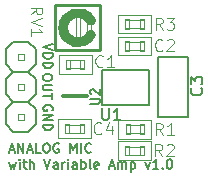
<source format=gto>
G04 #@! TF.GenerationSoftware,KiCad,Pcbnew,(5.1.2)-1*
G04 #@! TF.CreationDate,2020-07-04T22:19:09+09:00*
G04 #@! TF.ProjectId,SPU0410LR5H,53505530-3431-4304-9c52-35482e6b6963,v1.1*
G04 #@! TF.SameCoordinates,Original*
G04 #@! TF.FileFunction,Legend,Top*
G04 #@! TF.FilePolarity,Positive*
%FSLAX46Y46*%
G04 Gerber Fmt 4.6, Leading zero omitted, Abs format (unit mm)*
G04 Created by KiCad (PCBNEW (5.1.2)-1) date 2020-07-04 22:19:09*
%MOMM*%
%LPD*%
G04 APERTURE LIST*
%ADD10C,0.200000*%
%ADD11C,0.150000*%
%ADD12C,0.066040*%
%ADD13C,0.254000*%
%ADD14C,0.812800*%
%ADD15C,0.152400*%
%ADD16C,0.101600*%
%ADD17C,0.180000*%
%ADD18C,0.350000*%
%ADD19C,0.100000*%
%ADD20C,0.076200*%
G04 APERTURE END LIST*
D10*
X144570000Y-113440476D02*
X144608095Y-113364285D01*
X144608095Y-113250000D01*
X144570000Y-113135714D01*
X144493809Y-113059523D01*
X144417619Y-113021428D01*
X144265238Y-112983333D01*
X144150952Y-112983333D01*
X143998571Y-113021428D01*
X143922380Y-113059523D01*
X143846190Y-113135714D01*
X143808095Y-113250000D01*
X143808095Y-113326190D01*
X143846190Y-113440476D01*
X143884285Y-113478571D01*
X144150952Y-113478571D01*
X144150952Y-113326190D01*
X143808095Y-113821428D02*
X144608095Y-113821428D01*
X143808095Y-114278571D01*
X144608095Y-114278571D01*
X143808095Y-114659523D02*
X144608095Y-114659523D01*
X144608095Y-114850000D01*
X144570000Y-114964285D01*
X144493809Y-115040476D01*
X144417619Y-115078571D01*
X144265238Y-115116666D01*
X144150952Y-115116666D01*
X143998571Y-115078571D01*
X143922380Y-115040476D01*
X143846190Y-114964285D01*
X143808095Y-114850000D01*
X143808095Y-114659523D01*
X144578095Y-110570000D02*
X144578095Y-110722380D01*
X144540000Y-110798571D01*
X144463809Y-110874761D01*
X144311428Y-110912857D01*
X144044761Y-110912857D01*
X143892380Y-110874761D01*
X143816190Y-110798571D01*
X143778095Y-110722380D01*
X143778095Y-110570000D01*
X143816190Y-110493809D01*
X143892380Y-110417619D01*
X144044761Y-110379523D01*
X144311428Y-110379523D01*
X144463809Y-110417619D01*
X144540000Y-110493809D01*
X144578095Y-110570000D01*
X144578095Y-111255714D02*
X143930476Y-111255714D01*
X143854285Y-111293809D01*
X143816190Y-111331904D01*
X143778095Y-111408095D01*
X143778095Y-111560476D01*
X143816190Y-111636666D01*
X143854285Y-111674761D01*
X143930476Y-111712857D01*
X144578095Y-111712857D01*
X144578095Y-111979523D02*
X144578095Y-112436666D01*
X143778095Y-112208095D02*
X144578095Y-112208095D01*
X144608095Y-107813333D02*
X143808095Y-108080000D01*
X144608095Y-108346666D01*
X143808095Y-108613333D02*
X144608095Y-108613333D01*
X144608095Y-108803809D01*
X144570000Y-108918095D01*
X144493809Y-108994285D01*
X144417619Y-109032380D01*
X144265238Y-109070476D01*
X144150952Y-109070476D01*
X143998571Y-109032380D01*
X143922380Y-108994285D01*
X143846190Y-108918095D01*
X143808095Y-108803809D01*
X143808095Y-108613333D01*
X143808095Y-109413333D02*
X144608095Y-109413333D01*
X144608095Y-109603809D01*
X144570000Y-109718095D01*
X144493809Y-109794285D01*
X144417619Y-109832380D01*
X144265238Y-109870476D01*
X144150952Y-109870476D01*
X143998571Y-109832380D01*
X143922380Y-109794285D01*
X143846190Y-109718095D01*
X143808095Y-109603809D01*
X143808095Y-109413333D01*
D11*
X140959880Y-116798333D02*
X141340833Y-116798333D01*
X140883690Y-117026904D02*
X141150357Y-116226904D01*
X141417023Y-117026904D01*
X141683690Y-117026904D02*
X141683690Y-116226904D01*
X142140833Y-117026904D01*
X142140833Y-116226904D01*
X142483690Y-116798333D02*
X142864642Y-116798333D01*
X142407500Y-117026904D02*
X142674166Y-116226904D01*
X142940833Y-117026904D01*
X143588452Y-117026904D02*
X143207500Y-117026904D01*
X143207500Y-116226904D01*
X144007500Y-116226904D02*
X144159880Y-116226904D01*
X144236071Y-116265000D01*
X144312261Y-116341190D01*
X144350357Y-116493571D01*
X144350357Y-116760238D01*
X144312261Y-116912619D01*
X144236071Y-116988809D01*
X144159880Y-117026904D01*
X144007500Y-117026904D01*
X143931309Y-116988809D01*
X143855119Y-116912619D01*
X143817023Y-116760238D01*
X143817023Y-116493571D01*
X143855119Y-116341190D01*
X143931309Y-116265000D01*
X144007500Y-116226904D01*
X145112261Y-116265000D02*
X145036071Y-116226904D01*
X144921785Y-116226904D01*
X144807500Y-116265000D01*
X144731309Y-116341190D01*
X144693214Y-116417380D01*
X144655119Y-116569761D01*
X144655119Y-116684047D01*
X144693214Y-116836428D01*
X144731309Y-116912619D01*
X144807500Y-116988809D01*
X144921785Y-117026904D01*
X144997976Y-117026904D01*
X145112261Y-116988809D01*
X145150357Y-116950714D01*
X145150357Y-116684047D01*
X144997976Y-116684047D01*
X146102738Y-117026904D02*
X146102738Y-116226904D01*
X146369404Y-116798333D01*
X146636071Y-116226904D01*
X146636071Y-117026904D01*
X147017023Y-117026904D02*
X147017023Y-116226904D01*
X147855119Y-116950714D02*
X147817023Y-116988809D01*
X147702738Y-117026904D01*
X147626547Y-117026904D01*
X147512261Y-116988809D01*
X147436071Y-116912619D01*
X147397976Y-116836428D01*
X147359880Y-116684047D01*
X147359880Y-116569761D01*
X147397976Y-116417380D01*
X147436071Y-116341190D01*
X147512261Y-116265000D01*
X147626547Y-116226904D01*
X147702738Y-116226904D01*
X147817023Y-116265000D01*
X147855119Y-116303095D01*
X140921785Y-117843571D02*
X141074166Y-118376904D01*
X141226547Y-117995952D01*
X141378928Y-118376904D01*
X141531309Y-117843571D01*
X141836071Y-118376904D02*
X141836071Y-117843571D01*
X141836071Y-117576904D02*
X141797976Y-117615000D01*
X141836071Y-117653095D01*
X141874166Y-117615000D01*
X141836071Y-117576904D01*
X141836071Y-117653095D01*
X142102738Y-117843571D02*
X142407500Y-117843571D01*
X142217023Y-117576904D02*
X142217023Y-118262619D01*
X142255119Y-118338809D01*
X142331309Y-118376904D01*
X142407500Y-118376904D01*
X142674166Y-118376904D02*
X142674166Y-117576904D01*
X143017023Y-118376904D02*
X143017023Y-117957857D01*
X142978928Y-117881666D01*
X142902738Y-117843571D01*
X142788452Y-117843571D01*
X142712261Y-117881666D01*
X142674166Y-117919761D01*
X143893214Y-117576904D02*
X144159880Y-118376904D01*
X144426547Y-117576904D01*
X145036071Y-118376904D02*
X145036071Y-117957857D01*
X144997976Y-117881666D01*
X144921785Y-117843571D01*
X144769404Y-117843571D01*
X144693214Y-117881666D01*
X145036071Y-118338809D02*
X144959880Y-118376904D01*
X144769404Y-118376904D01*
X144693214Y-118338809D01*
X144655119Y-118262619D01*
X144655119Y-118186428D01*
X144693214Y-118110238D01*
X144769404Y-118072142D01*
X144959880Y-118072142D01*
X145036071Y-118034047D01*
X145417023Y-118376904D02*
X145417023Y-117843571D01*
X145417023Y-117995952D02*
X145455119Y-117919761D01*
X145493214Y-117881666D01*
X145569404Y-117843571D01*
X145645595Y-117843571D01*
X145912261Y-118376904D02*
X145912261Y-117843571D01*
X145912261Y-117576904D02*
X145874166Y-117615000D01*
X145912261Y-117653095D01*
X145950357Y-117615000D01*
X145912261Y-117576904D01*
X145912261Y-117653095D01*
X146636071Y-118376904D02*
X146636071Y-117957857D01*
X146597976Y-117881666D01*
X146521785Y-117843571D01*
X146369404Y-117843571D01*
X146293214Y-117881666D01*
X146636071Y-118338809D02*
X146559880Y-118376904D01*
X146369404Y-118376904D01*
X146293214Y-118338809D01*
X146255119Y-118262619D01*
X146255119Y-118186428D01*
X146293214Y-118110238D01*
X146369404Y-118072142D01*
X146559880Y-118072142D01*
X146636071Y-118034047D01*
X147017023Y-118376904D02*
X147017023Y-117576904D01*
X147017023Y-117881666D02*
X147093214Y-117843571D01*
X147245595Y-117843571D01*
X147321785Y-117881666D01*
X147359880Y-117919761D01*
X147397976Y-117995952D01*
X147397976Y-118224523D01*
X147359880Y-118300714D01*
X147321785Y-118338809D01*
X147245595Y-118376904D01*
X147093214Y-118376904D01*
X147017023Y-118338809D01*
X147855119Y-118376904D02*
X147778928Y-118338809D01*
X147740833Y-118262619D01*
X147740833Y-117576904D01*
X148464642Y-118338809D02*
X148388452Y-118376904D01*
X148236071Y-118376904D01*
X148159880Y-118338809D01*
X148121785Y-118262619D01*
X148121785Y-117957857D01*
X148159880Y-117881666D01*
X148236071Y-117843571D01*
X148388452Y-117843571D01*
X148464642Y-117881666D01*
X148502738Y-117957857D01*
X148502738Y-118034047D01*
X148121785Y-118110238D01*
X149417023Y-118148333D02*
X149797976Y-118148333D01*
X149340833Y-118376904D02*
X149607500Y-117576904D01*
X149874166Y-118376904D01*
X150140833Y-118376904D02*
X150140833Y-117843571D01*
X150140833Y-117919761D02*
X150178928Y-117881666D01*
X150255119Y-117843571D01*
X150369404Y-117843571D01*
X150445595Y-117881666D01*
X150483690Y-117957857D01*
X150483690Y-118376904D01*
X150483690Y-117957857D02*
X150521785Y-117881666D01*
X150597976Y-117843571D01*
X150712261Y-117843571D01*
X150788452Y-117881666D01*
X150826547Y-117957857D01*
X150826547Y-118376904D01*
X151207500Y-117843571D02*
X151207500Y-118643571D01*
X151207500Y-117881666D02*
X151283690Y-117843571D01*
X151436071Y-117843571D01*
X151512261Y-117881666D01*
X151550357Y-117919761D01*
X151588452Y-117995952D01*
X151588452Y-118224523D01*
X151550357Y-118300714D01*
X151512261Y-118338809D01*
X151436071Y-118376904D01*
X151283690Y-118376904D01*
X151207500Y-118338809D01*
X152464642Y-117843571D02*
X152655119Y-118376904D01*
X152845595Y-117843571D01*
X153569404Y-118376904D02*
X153112261Y-118376904D01*
X153340833Y-118376904D02*
X153340833Y-117576904D01*
X153264642Y-117691190D01*
X153188452Y-117767380D01*
X153112261Y-117805476D01*
X153912261Y-118300714D02*
X153950357Y-118338809D01*
X153912261Y-118376904D01*
X153874166Y-118338809D01*
X153912261Y-118300714D01*
X153912261Y-118376904D01*
X154445595Y-117576904D02*
X154521785Y-117576904D01*
X154597976Y-117615000D01*
X154636071Y-117653095D01*
X154674166Y-117729285D01*
X154712261Y-117881666D01*
X154712261Y-118072142D01*
X154674166Y-118224523D01*
X154636071Y-118300714D01*
X154597976Y-118338809D01*
X154521785Y-118376904D01*
X154445595Y-118376904D01*
X154369404Y-118338809D01*
X154331309Y-118300714D01*
X154293214Y-118224523D01*
X154255119Y-118072142D01*
X154255119Y-117881666D01*
X154293214Y-117729285D01*
X154331309Y-117653095D01*
X154369404Y-117615000D01*
X154445595Y-117576904D01*
D12*
X147898080Y-107087700D02*
X147898080Y-105792300D01*
X147898080Y-105792300D02*
X147499300Y-105792300D01*
X147499300Y-107087700D02*
X147499300Y-105792300D01*
X147898080Y-107087700D02*
X147499300Y-107087700D01*
X146899860Y-107489020D02*
X146899860Y-105390980D01*
X146899860Y-105390980D02*
X146600140Y-105390980D01*
X146600140Y-107489020D02*
X146600140Y-105390980D01*
X146899860Y-107489020D02*
X146600140Y-107489020D01*
D13*
X144850080Y-108339920D02*
X148649920Y-108339920D01*
X148649920Y-108339920D02*
X148649920Y-104540080D01*
X148649920Y-104540080D02*
X144850080Y-104540080D01*
X144850080Y-104540080D02*
X144850080Y-108339920D01*
X147898080Y-108339920D02*
X144850080Y-108339920D01*
X144850080Y-108339920D02*
X144850080Y-107788740D01*
X147898080Y-104540080D02*
X144850080Y-104540080D01*
X144850080Y-104540080D02*
X144850080Y-105091260D01*
D14*
X147848602Y-105838331D02*
G75*
G03X147849820Y-107039440I-1098602J-601669D01*
G01*
D12*
X141666000Y-111166000D02*
X141666000Y-111674000D01*
X141666000Y-111674000D02*
X142174000Y-111674000D01*
X142174000Y-111166000D02*
X142174000Y-111674000D01*
X141666000Y-111166000D02*
X142174000Y-111166000D01*
X141666000Y-108626000D02*
X141666000Y-109134000D01*
X141666000Y-109134000D02*
X142174000Y-109134000D01*
X142174000Y-108626000D02*
X142174000Y-109134000D01*
X141666000Y-108626000D02*
X142174000Y-108626000D01*
X141666000Y-113706000D02*
X141666000Y-114214000D01*
X141666000Y-114214000D02*
X142174000Y-114214000D01*
X142174000Y-113706000D02*
X142174000Y-114214000D01*
X141666000Y-113706000D02*
X142174000Y-113706000D01*
D15*
X143190000Y-108245000D02*
X143190000Y-109515000D01*
X143190000Y-109515000D02*
X142555000Y-110150000D01*
X142555000Y-110150000D02*
X141285000Y-110150000D01*
X141285000Y-110150000D02*
X140650000Y-109515000D01*
X142555000Y-110150000D02*
X143190000Y-110785000D01*
X143190000Y-110785000D02*
X143190000Y-112055000D01*
X143190000Y-112055000D02*
X142555000Y-112690000D01*
X142555000Y-112690000D02*
X141285000Y-112690000D01*
X141285000Y-112690000D02*
X140650000Y-112055000D01*
X140650000Y-112055000D02*
X140650000Y-110785000D01*
X140650000Y-110785000D02*
X141285000Y-110150000D01*
X142555000Y-107610000D02*
X141285000Y-107610000D01*
X143190000Y-108245000D02*
X142555000Y-107610000D01*
X141285000Y-107610000D02*
X140650000Y-108245000D01*
X140650000Y-109515000D02*
X140650000Y-108245000D01*
X142555000Y-112690000D02*
X143190000Y-113325000D01*
X143190000Y-113325000D02*
X143190000Y-114595000D01*
X143190000Y-114595000D02*
X142555000Y-115230000D01*
X142555000Y-115230000D02*
X141285000Y-115230000D01*
X141285000Y-115230000D02*
X140650000Y-114595000D01*
X140650000Y-114595000D02*
X140650000Y-113325000D01*
X140650000Y-113325000D02*
X141285000Y-112690000D01*
D11*
X152750000Y-110000000D02*
X152750000Y-113000000D01*
X152750000Y-113000000D02*
X148750000Y-113000000D01*
X148750000Y-113000000D02*
X148750000Y-110000000D01*
X148750000Y-110000000D02*
X152750000Y-110000000D01*
D16*
X150840100Y-107642020D02*
X152287900Y-107642020D01*
X152287900Y-108337980D02*
X150840100Y-108337980D01*
D12*
X152963540Y-107192440D02*
X152963540Y-108787560D01*
X152963540Y-108787560D02*
X150164460Y-108787560D01*
X150164460Y-107192440D02*
X150164460Y-108787560D01*
X152963540Y-107192440D02*
X150164460Y-107192440D01*
X151114420Y-107591220D02*
X151114420Y-108388780D01*
X151114420Y-108388780D02*
X150766440Y-108388780D01*
X150766440Y-107591220D02*
X150766440Y-108388780D01*
X151114420Y-107591220D02*
X150766440Y-107591220D01*
X152361560Y-107591220D02*
X152361560Y-108388780D01*
X152361560Y-108388780D02*
X152013580Y-108388780D01*
X152013580Y-107591220D02*
X152013580Y-108388780D01*
X152361560Y-107591220D02*
X152013580Y-107591220D01*
D17*
X156030000Y-114000000D02*
X156030000Y-108920000D01*
X156030000Y-108920000D02*
X153490000Y-108920000D01*
X153490000Y-108920000D02*
X153490000Y-114000000D01*
X153490000Y-114000000D02*
X156030000Y-114000000D01*
D16*
X145750100Y-114642020D02*
X147197900Y-114642020D01*
X147197900Y-115337980D02*
X145750100Y-115337980D01*
D12*
X147873540Y-114192440D02*
X147873540Y-115787560D01*
X147873540Y-115787560D02*
X145074460Y-115787560D01*
X145074460Y-114192440D02*
X145074460Y-115787560D01*
X147873540Y-114192440D02*
X145074460Y-114192440D01*
X146024420Y-114591220D02*
X146024420Y-115388780D01*
X146024420Y-115388780D02*
X145676440Y-115388780D01*
X145676440Y-114591220D02*
X145676440Y-115388780D01*
X146024420Y-114591220D02*
X145676440Y-114591220D01*
X147271560Y-114591220D02*
X147271560Y-115388780D01*
X147271560Y-115388780D02*
X146923580Y-115388780D01*
X146923580Y-114591220D02*
X146923580Y-115388780D01*
X147271560Y-114591220D02*
X146923580Y-114591220D01*
X150782440Y-115428780D02*
X151130420Y-115428780D01*
X151130420Y-115428780D02*
X151130420Y-114631220D01*
X150782440Y-114631220D02*
X151130420Y-114631220D01*
X150782440Y-115428780D02*
X150782440Y-114631220D01*
X152029580Y-115428780D02*
X152377560Y-115428780D01*
X152377560Y-115428780D02*
X152377560Y-114631220D01*
X152029580Y-114631220D02*
X152377560Y-114631220D01*
X152029580Y-115428780D02*
X152029580Y-114631220D01*
X150180460Y-115827560D02*
X152979540Y-115827560D01*
X152979540Y-115827560D02*
X152979540Y-114232440D01*
X150180460Y-114232440D02*
X152979540Y-114232440D01*
X150180460Y-115827560D02*
X150180460Y-114232440D01*
D16*
X150856100Y-114682020D02*
X152303900Y-114682020D01*
X152303900Y-115377980D02*
X150856100Y-115377980D01*
X150840100Y-116502020D02*
X152287900Y-116502020D01*
X152287900Y-117197980D02*
X150840100Y-117197980D01*
D12*
X152963540Y-116052440D02*
X152963540Y-117647560D01*
X152963540Y-117647560D02*
X150164460Y-117647560D01*
X150164460Y-116052440D02*
X150164460Y-117647560D01*
X152963540Y-116052440D02*
X150164460Y-116052440D01*
X151114420Y-116451220D02*
X151114420Y-117248780D01*
X151114420Y-117248780D02*
X150766440Y-117248780D01*
X150766440Y-116451220D02*
X150766440Y-117248780D01*
X151114420Y-116451220D02*
X150766440Y-116451220D01*
X152361560Y-116451220D02*
X152361560Y-117248780D01*
X152361560Y-117248780D02*
X152013580Y-117248780D01*
X152013580Y-116451220D02*
X152013580Y-117248780D01*
X152361560Y-116451220D02*
X152013580Y-116451220D01*
X150768440Y-106518780D02*
X151116420Y-106518780D01*
X151116420Y-106518780D02*
X151116420Y-105721220D01*
X150768440Y-105721220D02*
X151116420Y-105721220D01*
X150768440Y-106518780D02*
X150768440Y-105721220D01*
X152015580Y-106518780D02*
X152363560Y-106518780D01*
X152363560Y-106518780D02*
X152363560Y-105721220D01*
X152015580Y-105721220D02*
X152363560Y-105721220D01*
X152015580Y-106518780D02*
X152015580Y-105721220D01*
X150166460Y-106917560D02*
X152965540Y-106917560D01*
X152965540Y-106917560D02*
X152965540Y-105322440D01*
X150166460Y-105322440D02*
X152965540Y-105322440D01*
X150166460Y-106917560D02*
X150166460Y-105322440D01*
D16*
X150842100Y-105772020D02*
X152289900Y-105772020D01*
X152289900Y-106467980D02*
X150842100Y-106467980D01*
D12*
X147303560Y-109131220D02*
X146955580Y-109131220D01*
X146955580Y-109131220D02*
X146955580Y-109928780D01*
X147303560Y-109928780D02*
X146955580Y-109928780D01*
X147303560Y-109131220D02*
X147303560Y-109928780D01*
X146056420Y-109131220D02*
X145708440Y-109131220D01*
X145708440Y-109131220D02*
X145708440Y-109928780D01*
X146056420Y-109928780D02*
X145708440Y-109928780D01*
X146056420Y-109131220D02*
X146056420Y-109928780D01*
X147905540Y-108732440D02*
X145106460Y-108732440D01*
X145106460Y-108732440D02*
X145106460Y-110327560D01*
X147905540Y-110327560D02*
X145106460Y-110327560D01*
X147905540Y-108732440D02*
X147905540Y-110327560D01*
D16*
X147229900Y-109877980D02*
X145782100Y-109877980D01*
X145782100Y-109182020D02*
X147229900Y-109182020D01*
D18*
X147500000Y-112260000D02*
X145500000Y-112260000D01*
D19*
X142747619Y-105304761D02*
X143223809Y-104971428D01*
X142747619Y-104733333D02*
X143747619Y-104733333D01*
X143747619Y-105114285D01*
X143700000Y-105209523D01*
X143652380Y-105257142D01*
X143557142Y-105304761D01*
X143414285Y-105304761D01*
X143319047Y-105257142D01*
X143271428Y-105209523D01*
X143223809Y-105114285D01*
X143223809Y-104733333D01*
X143747619Y-105590476D02*
X142747619Y-105923809D01*
X143747619Y-106257142D01*
X142747619Y-107114285D02*
X142747619Y-106542857D01*
X142747619Y-106828571D02*
X143747619Y-106828571D01*
X143604761Y-106733333D01*
X143509523Y-106638095D01*
X143461904Y-106542857D01*
D11*
X148808095Y-113252380D02*
X148808095Y-114061904D01*
X148855714Y-114157142D01*
X148903333Y-114204761D01*
X148998571Y-114252380D01*
X149189047Y-114252380D01*
X149284285Y-114204761D01*
X149331904Y-114157142D01*
X149379523Y-114061904D01*
X149379523Y-113252380D01*
X150379523Y-114252380D02*
X149808095Y-114252380D01*
X150093809Y-114252380D02*
X150093809Y-113252380D01*
X149998571Y-113395238D01*
X149903333Y-113490476D01*
X149808095Y-113538095D01*
D20*
X153900906Y-108322857D02*
X153852525Y-108371238D01*
X153707382Y-108419619D01*
X153610620Y-108419619D01*
X153465478Y-108371238D01*
X153368716Y-108274476D01*
X153320335Y-108177714D01*
X153271954Y-107984190D01*
X153271954Y-107839047D01*
X153320335Y-107645523D01*
X153368716Y-107548761D01*
X153465478Y-107452000D01*
X153610620Y-107403619D01*
X153707382Y-107403619D01*
X153852525Y-107452000D01*
X153900906Y-107500380D01*
X154287954Y-107500380D02*
X154336335Y-107452000D01*
X154433097Y-107403619D01*
X154675001Y-107403619D01*
X154771763Y-107452000D01*
X154820144Y-107500380D01*
X154868525Y-107597142D01*
X154868525Y-107693904D01*
X154820144Y-107839047D01*
X154239573Y-108419619D01*
X154868525Y-108419619D01*
D17*
X157197142Y-111553476D02*
X157244761Y-111601095D01*
X157292380Y-111743952D01*
X157292380Y-111839190D01*
X157244761Y-111982047D01*
X157149523Y-112077285D01*
X157054285Y-112124904D01*
X156863809Y-112172523D01*
X156720952Y-112172523D01*
X156530476Y-112124904D01*
X156435238Y-112077285D01*
X156340000Y-111982047D01*
X156292380Y-111839190D01*
X156292380Y-111743952D01*
X156340000Y-111601095D01*
X156387619Y-111553476D01*
X156292380Y-111220142D02*
X156292380Y-110601095D01*
X156673333Y-110934428D01*
X156673333Y-110791571D01*
X156720952Y-110696333D01*
X156768571Y-110648714D01*
X156863809Y-110601095D01*
X157101904Y-110601095D01*
X157197142Y-110648714D01*
X157244761Y-110696333D01*
X157292380Y-110791571D01*
X157292380Y-111077285D01*
X157244761Y-111172523D01*
X157197142Y-111220142D01*
D20*
X148730666Y-115362857D02*
X148682285Y-115411238D01*
X148537142Y-115459619D01*
X148440380Y-115459619D01*
X148295238Y-115411238D01*
X148198476Y-115314476D01*
X148150095Y-115217714D01*
X148101714Y-115024190D01*
X148101714Y-114879047D01*
X148150095Y-114685523D01*
X148198476Y-114588761D01*
X148295238Y-114492000D01*
X148440380Y-114443619D01*
X148537142Y-114443619D01*
X148682285Y-114492000D01*
X148730666Y-114540380D01*
X149601523Y-114782285D02*
X149601523Y-115459619D01*
X149359619Y-114395238D02*
X149117714Y-115120952D01*
X149746666Y-115120952D01*
X153916906Y-115519619D02*
X153578240Y-115035809D01*
X153336335Y-115519619D02*
X153336335Y-114503619D01*
X153723382Y-114503619D01*
X153820144Y-114552000D01*
X153868525Y-114600380D01*
X153916906Y-114697142D01*
X153916906Y-114842285D01*
X153868525Y-114939047D01*
X153820144Y-114987428D01*
X153723382Y-115035809D01*
X153336335Y-115035809D01*
X154884525Y-115519619D02*
X154303954Y-115519619D01*
X154594240Y-115519619D02*
X154594240Y-114503619D01*
X154497478Y-114648761D01*
X154400716Y-114745523D01*
X154303954Y-114793904D01*
X153898426Y-117309619D02*
X153559760Y-116825809D01*
X153317855Y-117309619D02*
X153317855Y-116293619D01*
X153704902Y-116293619D01*
X153801664Y-116342000D01*
X153850045Y-116390380D01*
X153898426Y-116487142D01*
X153898426Y-116632285D01*
X153850045Y-116729047D01*
X153801664Y-116777428D01*
X153704902Y-116825809D01*
X153317855Y-116825809D01*
X154285474Y-116390380D02*
X154333855Y-116342000D01*
X154430617Y-116293619D01*
X154672521Y-116293619D01*
X154769283Y-116342000D01*
X154817664Y-116390380D01*
X154866045Y-116487142D01*
X154866045Y-116583904D01*
X154817664Y-116729047D01*
X154237093Y-117309619D01*
X154866045Y-117309619D01*
X153920426Y-106609619D02*
X153581760Y-106125809D01*
X153339855Y-106609619D02*
X153339855Y-105593619D01*
X153726902Y-105593619D01*
X153823664Y-105642000D01*
X153872045Y-105690380D01*
X153920426Y-105787142D01*
X153920426Y-105932285D01*
X153872045Y-106029047D01*
X153823664Y-106077428D01*
X153726902Y-106125809D01*
X153339855Y-106125809D01*
X154259093Y-105593619D02*
X154888045Y-105593619D01*
X154549379Y-105980666D01*
X154694521Y-105980666D01*
X154791283Y-106029047D01*
X154839664Y-106077428D01*
X154888045Y-106174190D01*
X154888045Y-106416095D01*
X154839664Y-106512857D01*
X154791283Y-106561238D01*
X154694521Y-106609619D01*
X154404236Y-106609619D01*
X154307474Y-106561238D01*
X154259093Y-106512857D01*
X148860426Y-109672857D02*
X148812045Y-109721238D01*
X148666902Y-109769619D01*
X148570140Y-109769619D01*
X148424998Y-109721238D01*
X148328236Y-109624476D01*
X148279855Y-109527714D01*
X148231474Y-109334190D01*
X148231474Y-109189047D01*
X148279855Y-108995523D01*
X148328236Y-108898761D01*
X148424998Y-108802000D01*
X148570140Y-108753619D01*
X148666902Y-108753619D01*
X148812045Y-108802000D01*
X148860426Y-108850380D01*
X149828045Y-109769619D02*
X149247474Y-109769619D01*
X149537760Y-109769619D02*
X149537760Y-108753619D01*
X149440998Y-108898761D01*
X149344236Y-108995523D01*
X149247474Y-109043904D01*
D11*
X147791904Y-112889523D02*
X148439523Y-112889523D01*
X148515714Y-112851428D01*
X148553809Y-112813333D01*
X148591904Y-112737142D01*
X148591904Y-112584761D01*
X148553809Y-112508571D01*
X148515714Y-112470476D01*
X148439523Y-112432380D01*
X147791904Y-112432380D01*
X147868095Y-112089523D02*
X147830000Y-112051428D01*
X147791904Y-111975238D01*
X147791904Y-111784761D01*
X147830000Y-111708571D01*
X147868095Y-111670476D01*
X147944285Y-111632380D01*
X148020476Y-111632380D01*
X148134761Y-111670476D01*
X148591904Y-112127619D01*
X148591904Y-111632380D01*
M02*

</source>
